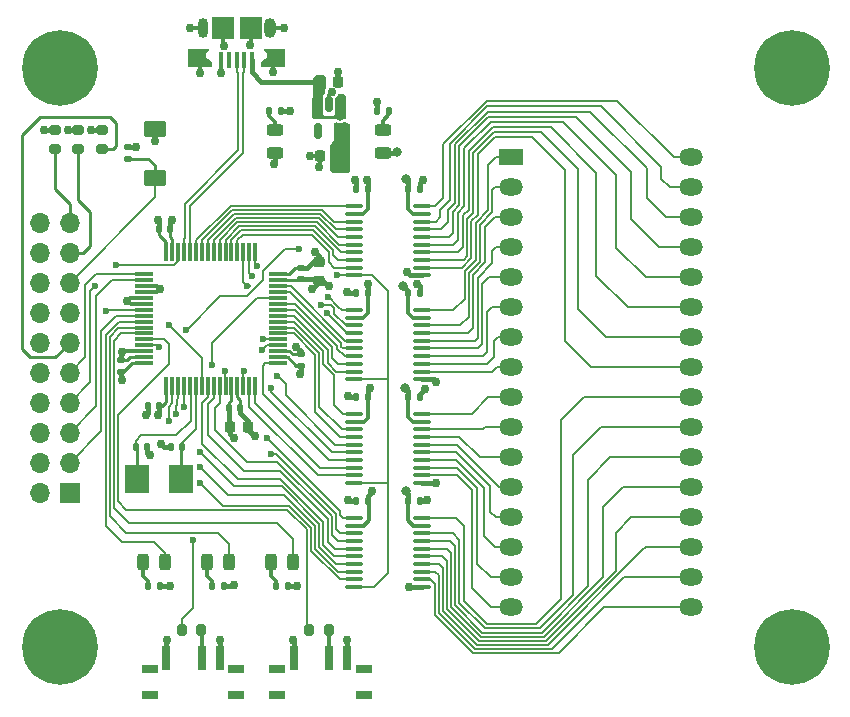
<source format=gtl>
G04 #@! TF.GenerationSoftware,KiCad,Pcbnew,7.0.7*
G04 #@! TF.CreationDate,2023-09-26T12:20:40-04:00*
G04 #@! TF.ProjectId,programmer,70726f67-7261-46d6-9d65-722e6b696361,rev?*
G04 #@! TF.SameCoordinates,Original*
G04 #@! TF.FileFunction,Copper,L1,Top*
G04 #@! TF.FilePolarity,Positive*
%FSLAX46Y46*%
G04 Gerber Fmt 4.6, Leading zero omitted, Abs format (unit mm)*
G04 Created by KiCad (PCBNEW 7.0.7) date 2023-09-26 12:20:40*
%MOMM*%
%LPD*%
G01*
G04 APERTURE LIST*
G04 Aperture macros list*
%AMRoundRect*
0 Rectangle with rounded corners*
0 $1 Rounding radius*
0 $2 $3 $4 $5 $6 $7 $8 $9 X,Y pos of 4 corners*
0 Add a 4 corners polygon primitive as box body*
4,1,4,$2,$3,$4,$5,$6,$7,$8,$9,$2,$3,0*
0 Add four circle primitives for the rounded corners*
1,1,$1+$1,$2,$3*
1,1,$1+$1,$4,$5*
1,1,$1+$1,$6,$7*
1,1,$1+$1,$8,$9*
0 Add four rect primitives between the rounded corners*
20,1,$1+$1,$2,$3,$4,$5,0*
20,1,$1+$1,$4,$5,$6,$7,0*
20,1,$1+$1,$6,$7,$8,$9,0*
20,1,$1+$1,$8,$9,$2,$3,0*%
%AMFreePoly0*
4,1,9,1.050000,0.350000,0.550000,0.000000,0.550000,-0.400000,0.800000,-0.650000,0.800000,-0.800000,-1.050000,-0.800000,-1.050000,0.800000,1.050000,0.800000,1.050000,0.350000,1.050000,0.350000,$1*%
%AMFreePoly1*
4,1,9,1.050000,-0.800000,-0.800000,-0.800000,-0.800000,-0.650000,-0.550000,-0.400000,-0.550000,0.000000,-1.050000,0.350000,-1.050000,0.800000,1.050000,0.800000,1.050000,-0.800000,1.050000,-0.800000,$1*%
G04 Aperture macros list end*
G04 #@! TA.AperFunction,SMDPad,CuDef*
%ADD10RoundRect,0.200000X0.275000X-0.200000X0.275000X0.200000X-0.275000X0.200000X-0.275000X-0.200000X0*%
G04 #@! TD*
G04 #@! TA.AperFunction,SMDPad,CuDef*
%ADD11RoundRect,0.100000X-0.637500X-0.100000X0.637500X-0.100000X0.637500X0.100000X-0.637500X0.100000X0*%
G04 #@! TD*
G04 #@! TA.AperFunction,SMDPad,CuDef*
%ADD12RoundRect,0.225000X0.225000X0.250000X-0.225000X0.250000X-0.225000X-0.250000X0.225000X-0.250000X0*%
G04 #@! TD*
G04 #@! TA.AperFunction,SMDPad,CuDef*
%ADD13RoundRect,0.140000X0.140000X0.170000X-0.140000X0.170000X-0.140000X-0.170000X0.140000X-0.170000X0*%
G04 #@! TD*
G04 #@! TA.AperFunction,SMDPad,CuDef*
%ADD14RoundRect,0.140000X-0.140000X-0.170000X0.140000X-0.170000X0.140000X0.170000X-0.140000X0.170000X0*%
G04 #@! TD*
G04 #@! TA.AperFunction,SMDPad,CuDef*
%ADD15RoundRect,0.243750X-0.243750X-0.456250X0.243750X-0.456250X0.243750X0.456250X-0.243750X0.456250X0*%
G04 #@! TD*
G04 #@! TA.AperFunction,SMDPad,CuDef*
%ADD16RoundRect,0.140000X0.170000X-0.140000X0.170000X0.140000X-0.170000X0.140000X-0.170000X-0.140000X0*%
G04 #@! TD*
G04 #@! TA.AperFunction,SMDPad,CuDef*
%ADD17R,1.400000X0.800000*%
G04 #@! TD*
G04 #@! TA.AperFunction,SMDPad,CuDef*
%ADD18R,0.800000X2.000000*%
G04 #@! TD*
G04 #@! TA.AperFunction,SMDPad,CuDef*
%ADD19RoundRect,0.140000X-0.170000X0.140000X-0.170000X-0.140000X0.170000X-0.140000X0.170000X0.140000X0*%
G04 #@! TD*
G04 #@! TA.AperFunction,SMDPad,CuDef*
%ADD20RoundRect,0.135000X-0.135000X-0.185000X0.135000X-0.185000X0.135000X0.185000X-0.135000X0.185000X0*%
G04 #@! TD*
G04 #@! TA.AperFunction,SMDPad,CuDef*
%ADD21RoundRect,0.150000X-0.150000X0.512500X-0.150000X-0.512500X0.150000X-0.512500X0.150000X0.512500X0*%
G04 #@! TD*
G04 #@! TA.AperFunction,SMDPad,CuDef*
%ADD22R,2.000000X2.400000*%
G04 #@! TD*
G04 #@! TA.AperFunction,SMDPad,CuDef*
%ADD23RoundRect,0.243750X-0.456250X0.243750X-0.456250X-0.243750X0.456250X-0.243750X0.456250X0.243750X0*%
G04 #@! TD*
G04 #@! TA.AperFunction,SMDPad,CuDef*
%ADD24RoundRect,0.200000X0.200000X0.275000X-0.200000X0.275000X-0.200000X-0.275000X0.200000X-0.275000X0*%
G04 #@! TD*
G04 #@! TA.AperFunction,SMDPad,CuDef*
%ADD25R,0.400000X1.350000*%
G04 #@! TD*
G04 #@! TA.AperFunction,SMDPad,CuDef*
%ADD26FreePoly0,180.000000*%
G04 #@! TD*
G04 #@! TA.AperFunction,ComponentPad*
%ADD27O,1.000000X1.700000*%
G04 #@! TD*
G04 #@! TA.AperFunction,SMDPad,CuDef*
%ADD28R,1.900000X1.900000*%
G04 #@! TD*
G04 #@! TA.AperFunction,ComponentPad*
%ADD29O,0.850000X1.700000*%
G04 #@! TD*
G04 #@! TA.AperFunction,SMDPad,CuDef*
%ADD30FreePoly1,180.000000*%
G04 #@! TD*
G04 #@! TA.AperFunction,ComponentPad*
%ADD31C,0.800000*%
G04 #@! TD*
G04 #@! TA.AperFunction,ComponentPad*
%ADD32C,6.400000*%
G04 #@! TD*
G04 #@! TA.AperFunction,ComponentPad*
%ADD33R,1.700000X1.700000*%
G04 #@! TD*
G04 #@! TA.AperFunction,ComponentPad*
%ADD34O,1.700000X1.700000*%
G04 #@! TD*
G04 #@! TA.AperFunction,SMDPad,CuDef*
%ADD35RoundRect,0.225000X-0.225000X-0.250000X0.225000X-0.250000X0.225000X0.250000X-0.225000X0.250000X0*%
G04 #@! TD*
G04 #@! TA.AperFunction,SMDPad,CuDef*
%ADD36RoundRect,0.075000X0.075000X-0.700000X0.075000X0.700000X-0.075000X0.700000X-0.075000X-0.700000X0*%
G04 #@! TD*
G04 #@! TA.AperFunction,SMDPad,CuDef*
%ADD37RoundRect,0.075000X0.700000X-0.075000X0.700000X0.075000X-0.700000X0.075000X-0.700000X-0.075000X0*%
G04 #@! TD*
G04 #@! TA.AperFunction,ComponentPad*
%ADD38R,2.000000X1.440000*%
G04 #@! TD*
G04 #@! TA.AperFunction,ComponentPad*
%ADD39O,2.000000X1.440000*%
G04 #@! TD*
G04 #@! TA.AperFunction,SMDPad,CuDef*
%ADD40RoundRect,0.135000X0.135000X0.185000X-0.135000X0.185000X-0.135000X-0.185000X0.135000X-0.185000X0*%
G04 #@! TD*
G04 #@! TA.AperFunction,SMDPad,CuDef*
%ADD41RoundRect,0.135000X0.765000X-0.540000X0.765000X0.540000X-0.765000X0.540000X-0.765000X-0.540000X0*%
G04 #@! TD*
G04 #@! TA.AperFunction,SMDPad,CuDef*
%ADD42RoundRect,0.225000X-0.250000X0.225000X-0.250000X-0.225000X0.250000X-0.225000X0.250000X0.225000X0*%
G04 #@! TD*
G04 #@! TA.AperFunction,ViaPad*
%ADD43C,0.800000*%
G04 #@! TD*
G04 #@! TA.AperFunction,ViaPad*
%ADD44C,0.750000*%
G04 #@! TD*
G04 #@! TA.AperFunction,ViaPad*
%ADD45C,0.600000*%
G04 #@! TD*
G04 #@! TA.AperFunction,Conductor*
%ADD46C,0.400000*%
G04 #@! TD*
G04 #@! TA.AperFunction,Conductor*
%ADD47C,0.300000*%
G04 #@! TD*
G04 #@! TA.AperFunction,Conductor*
%ADD48C,0.250000*%
G04 #@! TD*
G04 #@! TA.AperFunction,Conductor*
%ADD49C,0.150000*%
G04 #@! TD*
G04 #@! TA.AperFunction,Conductor*
%ADD50C,0.200000*%
G04 #@! TD*
G04 APERTURE END LIST*
D10*
X119500000Y-84275000D03*
X119500000Y-82625000D03*
D11*
X140845000Y-106695000D03*
X140845000Y-107345000D03*
X140845000Y-107995000D03*
X140845000Y-108645000D03*
X140845000Y-109295000D03*
X140845000Y-109945000D03*
X140845000Y-110595000D03*
X140845000Y-111245000D03*
X140845000Y-111895000D03*
X140845000Y-112545000D03*
X146570000Y-112545000D03*
X146570000Y-111895000D03*
X146570000Y-111245000D03*
X146570000Y-110595000D03*
X146570000Y-109945000D03*
X146570000Y-109295000D03*
X146570000Y-108645000D03*
X146570000Y-107995000D03*
X146570000Y-107345000D03*
X146570000Y-106695000D03*
D12*
X139482500Y-84820000D03*
X137932500Y-84820000D03*
D13*
X141987500Y-87620000D03*
X141027500Y-87620000D03*
D14*
X145427500Y-114020000D03*
X146387500Y-114020000D03*
D15*
X122970000Y-119220000D03*
X124845000Y-119220000D03*
D16*
X121700000Y-85080000D03*
X121700000Y-84120000D03*
D17*
X134345000Y-128290000D03*
X134345000Y-130500000D03*
X141645000Y-128290000D03*
X141645000Y-130500000D03*
D18*
X135745000Y-127368000D03*
X138745000Y-127368000D03*
X140245000Y-127368000D03*
D19*
X136307500Y-101640000D03*
X136307500Y-102600000D03*
D20*
X133597500Y-81020000D03*
X134617500Y-81020000D03*
D21*
X139657500Y-80482500D03*
X138707500Y-80482500D03*
X137757500Y-80482500D03*
X137757500Y-82757500D03*
X139657500Y-82757500D03*
D11*
X140845000Y-97895000D03*
X140845000Y-98545000D03*
X140845000Y-99195000D03*
X140845000Y-99845000D03*
X140845000Y-100495000D03*
X140845000Y-101145000D03*
X140845000Y-101795000D03*
X140845000Y-102445000D03*
X140845000Y-103095000D03*
X140845000Y-103745000D03*
X146570000Y-103745000D03*
X146570000Y-103095000D03*
X146570000Y-102445000D03*
X146570000Y-101795000D03*
X146570000Y-101145000D03*
X146570000Y-100495000D03*
X146570000Y-99845000D03*
X146570000Y-99195000D03*
X146570000Y-98545000D03*
X146570000Y-97895000D03*
D10*
X115500000Y-84275000D03*
X115500000Y-82625000D03*
D22*
X126157500Y-112220000D03*
X122457500Y-112220000D03*
D23*
X143307500Y-82682500D03*
X143307500Y-84557500D03*
D13*
X141987500Y-105220000D03*
X141027500Y-105220000D03*
D19*
X136307500Y-94340000D03*
X136307500Y-95300000D03*
D13*
X123307500Y-109470000D03*
X122347500Y-109470000D03*
D24*
X127912500Y-125000000D03*
X126262500Y-125000000D03*
D12*
X131882500Y-107820000D03*
X130332500Y-107820000D03*
D24*
X138687500Y-125000000D03*
X137037500Y-125000000D03*
D13*
X141987500Y-114020000D03*
X141027500Y-114020000D03*
D20*
X134197500Y-121220000D03*
X135217500Y-121220000D03*
D25*
X132207500Y-76705000D03*
X131557500Y-76705000D03*
X130907500Y-76705000D03*
X130257500Y-76705000D03*
X129607500Y-76705000D03*
D26*
X134007500Y-76580000D03*
D27*
X133732500Y-74030000D03*
D28*
X132107500Y-74030000D03*
X129707500Y-74030000D03*
D29*
X128082500Y-74030000D03*
D30*
X127807500Y-76580000D03*
D31*
X113507500Y-126420000D03*
X114210444Y-124722944D03*
X114210444Y-128117056D03*
X115907500Y-124020000D03*
D32*
X115907500Y-126420000D03*
D31*
X115907500Y-128820000D03*
X117604556Y-124722944D03*
X117604556Y-128117056D03*
X118307500Y-126420000D03*
D23*
X134107500Y-82682500D03*
X134107500Y-84557500D03*
D15*
X133770000Y-119220000D03*
X135645000Y-119220000D03*
D20*
X128797500Y-121220000D03*
X129817500Y-121220000D03*
D33*
X116775000Y-113345000D03*
D34*
X114235000Y-113345000D03*
X116775000Y-110805000D03*
X114235000Y-110805000D03*
X116775000Y-108265000D03*
X114235000Y-108265000D03*
X116775000Y-105725000D03*
X114235000Y-105725000D03*
X116775000Y-103185000D03*
X114235000Y-103185000D03*
X116775000Y-100645000D03*
X114235000Y-100645000D03*
X116775000Y-98105000D03*
X114235000Y-98105000D03*
X116775000Y-95565000D03*
X114235000Y-95565000D03*
X116775000Y-93025000D03*
X114235000Y-93025000D03*
X116775000Y-90485000D03*
X114235000Y-90485000D03*
D35*
X137932500Y-78620000D03*
X139482500Y-78620000D03*
D10*
X117500000Y-84275000D03*
X117500000Y-82625000D03*
D15*
X128370000Y-119220000D03*
X130245000Y-119220000D03*
D14*
X124320000Y-91000000D03*
X125280000Y-91000000D03*
D17*
X123550000Y-128290000D03*
X123550000Y-130500000D03*
X130850000Y-128290000D03*
X130850000Y-130500000D03*
D18*
X124950000Y-127368000D03*
X127950000Y-127368000D03*
X129450000Y-127368000D03*
D36*
X124957500Y-104295000D03*
X125457500Y-104295000D03*
X125957500Y-104295000D03*
X126457500Y-104295000D03*
X126957500Y-104295000D03*
X127457500Y-104295000D03*
X127957500Y-104295000D03*
X128457500Y-104295000D03*
X128957500Y-104295000D03*
X129457500Y-104295000D03*
X129957500Y-104295000D03*
X130457500Y-104295000D03*
X130957500Y-104295000D03*
X131457500Y-104295000D03*
X131957500Y-104295000D03*
X132457500Y-104295000D03*
D37*
X134382500Y-102370000D03*
X134382500Y-101870000D03*
X134382500Y-101370000D03*
X134382500Y-100870000D03*
X134382500Y-100370000D03*
X134382500Y-99870000D03*
X134382500Y-99370000D03*
X134382500Y-98870000D03*
X134382500Y-98370000D03*
X134382500Y-97870000D03*
X134382500Y-97370000D03*
X134382500Y-96870000D03*
X134382500Y-96370000D03*
X134382500Y-95870000D03*
X134382500Y-95370000D03*
X134382500Y-94870000D03*
D36*
X132457500Y-92945000D03*
X131957500Y-92945000D03*
X131457500Y-92945000D03*
X130957500Y-92945000D03*
X130457500Y-92945000D03*
X129957500Y-92945000D03*
X129457500Y-92945000D03*
X128957500Y-92945000D03*
X128457500Y-92945000D03*
X127957500Y-92945000D03*
X127457500Y-92945000D03*
X126957500Y-92945000D03*
X126457500Y-92945000D03*
X125957500Y-92945000D03*
X125457500Y-92945000D03*
X124957500Y-92945000D03*
D37*
X123032500Y-94870000D03*
X123032500Y-95370000D03*
X123032500Y-95870000D03*
X123032500Y-96370000D03*
X123032500Y-96870000D03*
X123032500Y-97370000D03*
X123032500Y-97870000D03*
X123032500Y-98370000D03*
X123032500Y-98870000D03*
X123032500Y-99370000D03*
X123032500Y-99870000D03*
X123032500Y-100370000D03*
X123032500Y-100870000D03*
X123032500Y-101370000D03*
X123032500Y-101870000D03*
X123032500Y-102370000D03*
D11*
X140845000Y-115495000D03*
X140845000Y-116145000D03*
X140845000Y-116795000D03*
X140845000Y-117445000D03*
X140845000Y-118095000D03*
X140845000Y-118745000D03*
X140845000Y-119395000D03*
X140845000Y-120045000D03*
X140845000Y-120695000D03*
X140845000Y-121345000D03*
X146570000Y-121345000D03*
X146570000Y-120695000D03*
X146570000Y-120045000D03*
X146570000Y-119395000D03*
X146570000Y-118745000D03*
X146570000Y-118095000D03*
X146570000Y-117445000D03*
X146570000Y-116795000D03*
X146570000Y-116145000D03*
X146570000Y-115495000D03*
X140845000Y-89095000D03*
X140845000Y-89745000D03*
X140845000Y-90395000D03*
X140845000Y-91045000D03*
X140845000Y-91695000D03*
X140845000Y-92345000D03*
X140845000Y-92995000D03*
X140845000Y-93645000D03*
X140845000Y-94295000D03*
X140845000Y-94945000D03*
X146570000Y-94945000D03*
X146570000Y-94295000D03*
X146570000Y-93645000D03*
X146570000Y-92995000D03*
X146570000Y-92345000D03*
X146570000Y-91695000D03*
X146570000Y-91045000D03*
X146570000Y-90395000D03*
X146570000Y-89745000D03*
X146570000Y-89095000D03*
D14*
X145427500Y-96420000D03*
X146387500Y-96420000D03*
D38*
X154107500Y-84960000D03*
D39*
X154107500Y-87500000D03*
X154107500Y-90040000D03*
X154107500Y-92580000D03*
X154107500Y-95120000D03*
X154107500Y-97660000D03*
X154107500Y-100200000D03*
X154107500Y-102740000D03*
X154107500Y-105280000D03*
X154107500Y-107820000D03*
X154107500Y-110360000D03*
X154107500Y-112900000D03*
X154107500Y-115440000D03*
X154107500Y-117980000D03*
X154107500Y-120520000D03*
X154107500Y-123060000D03*
X169347500Y-123060000D03*
X169347500Y-120520000D03*
X169347500Y-117980000D03*
X169347500Y-115440000D03*
X169347500Y-112900000D03*
X169347500Y-110360000D03*
X169347500Y-107820000D03*
X169347500Y-105280000D03*
X169347500Y-102740000D03*
X169347500Y-100200000D03*
X169347500Y-97660000D03*
X169347500Y-95120000D03*
X169347500Y-92580000D03*
X169347500Y-90040000D03*
X169347500Y-87500000D03*
X169347500Y-84960000D03*
D13*
X141987500Y-96420000D03*
X141027500Y-96420000D03*
D40*
X143817500Y-81020000D03*
X142797500Y-81020000D03*
D31*
X175507500Y-77420000D03*
X176210444Y-75722944D03*
X176210444Y-79117056D03*
X177907500Y-75020000D03*
D32*
X177907500Y-77420000D03*
D31*
X177907500Y-79820000D03*
X179604556Y-75722944D03*
X179604556Y-79117056D03*
X180307500Y-77420000D03*
X113507500Y-77420000D03*
X114210444Y-75722944D03*
X114210444Y-79117056D03*
X115907500Y-75020000D03*
D32*
X115907500Y-77420000D03*
D31*
X115907500Y-79820000D03*
X117604556Y-75722944D03*
X117604556Y-79117056D03*
X118307500Y-77420000D03*
D41*
X124000000Y-82525000D03*
X124000000Y-86675000D03*
D14*
X145427500Y-105220000D03*
X146387500Y-105220000D03*
D31*
X175507500Y-126420000D03*
X176210444Y-124722944D03*
X176210444Y-128117056D03*
X177907500Y-124020000D03*
D32*
X177907500Y-126420000D03*
D31*
X177907500Y-128820000D03*
X179604556Y-124722944D03*
X179604556Y-128117056D03*
X180307500Y-126420000D03*
D13*
X124330000Y-106000000D03*
X123370000Y-106000000D03*
X131187500Y-106220000D03*
X130227500Y-106220000D03*
D42*
X137907500Y-93845000D03*
X137907500Y-95395000D03*
D20*
X123397500Y-121220000D03*
X124417500Y-121220000D03*
D14*
X125307500Y-109470000D03*
X126267500Y-109470000D03*
D16*
X121107500Y-103100000D03*
X121107500Y-102140000D03*
D14*
X145427500Y-87620000D03*
X146387500Y-87620000D03*
D43*
X139650000Y-81450000D03*
X144450000Y-84550000D03*
X137850000Y-79400000D03*
X145200000Y-113200000D03*
X145250000Y-86800000D03*
X145150000Y-104450000D03*
X145000000Y-95850000D03*
D44*
X146650000Y-86850000D03*
X137300000Y-96150500D03*
X118600000Y-82650000D03*
X146850000Y-104550000D03*
X135400000Y-81000000D03*
X142800000Y-80300000D03*
X140250000Y-125850000D03*
X136300000Y-103300000D03*
X129500000Y-125850000D03*
X125400000Y-90300000D03*
X140300000Y-105200000D03*
X139500000Y-77750000D03*
X124400000Y-96150000D03*
X134000000Y-77750000D03*
X123200000Y-106750000D03*
X130690734Y-108709266D03*
X140250000Y-96350000D03*
X147750000Y-112544500D03*
X136000000Y-121250000D03*
X134900000Y-74000000D03*
X145334956Y-94707877D03*
X140950497Y-86900000D03*
X124000000Y-83600000D03*
X140300000Y-114000000D03*
X129800000Y-75500000D03*
X145450000Y-121350000D03*
X123550000Y-110200000D03*
X137900000Y-85750000D03*
X122400000Y-84100000D03*
X121149500Y-101450000D03*
X132050000Y-75455498D03*
X146200000Y-95650000D03*
X116600000Y-82650000D03*
X126950000Y-74050000D03*
X121650000Y-97100000D03*
X138950000Y-79400000D03*
X138700000Y-95850000D03*
X147800000Y-103950000D03*
X129600000Y-77800000D03*
X130650000Y-121200000D03*
X114600000Y-82650000D03*
X125250000Y-121250000D03*
X127800000Y-77800000D03*
X137100000Y-84850000D03*
X124500500Y-109200000D03*
X147050000Y-114000000D03*
D45*
X139150000Y-85800000D03*
X140150000Y-85800000D03*
D44*
X141900000Y-86900000D03*
X135948273Y-101001727D03*
X142150000Y-104450000D03*
X142350000Y-113250000D03*
X135700000Y-125800000D03*
X124200000Y-90300000D03*
X125000000Y-125850000D03*
X137550000Y-92950000D03*
X134100000Y-85500000D03*
X142050000Y-95650000D03*
X124250000Y-106800000D03*
X121149500Y-103850000D03*
X132409266Y-108590734D03*
D45*
X125150000Y-99150000D03*
X118900000Y-95850000D03*
X120650000Y-94100000D03*
X119850000Y-98000000D03*
X127800000Y-112550000D03*
X125150000Y-107250000D03*
X127800000Y-111200000D03*
X125750000Y-106700000D03*
X126425500Y-106119929D03*
X127800000Y-109950000D03*
X129950000Y-103050000D03*
X133800000Y-110100000D03*
X133500000Y-108750000D03*
X131550000Y-103050000D03*
X133800000Y-104450000D03*
X133050000Y-101250000D03*
X133150000Y-100350000D03*
X134350000Y-103500000D03*
X138550000Y-98150000D03*
X131800000Y-95850000D03*
X138050000Y-97450000D03*
X132200000Y-95000000D03*
X138650000Y-96800000D03*
X132600000Y-94200000D03*
X126650000Y-99550000D03*
X136150000Y-92750000D03*
X139400000Y-94950000D03*
X124350000Y-101000000D03*
X128800000Y-102550000D03*
X127200000Y-117400000D03*
D46*
X145427500Y-86977500D02*
X145427500Y-87620000D01*
X145427500Y-114020000D02*
X145427500Y-113427500D01*
D47*
X146570000Y-107345000D02*
X145846104Y-107345000D01*
X146570000Y-116145000D02*
X145845000Y-116145000D01*
X145427500Y-89326396D02*
X145846104Y-89745000D01*
D46*
X137862500Y-78550000D02*
X137932500Y-78620000D01*
D47*
X145427500Y-98126396D02*
X145427500Y-96420000D01*
X145427500Y-106926396D02*
X145427500Y-105220000D01*
X145846104Y-107345000D02*
X145427500Y-106926396D01*
X145427500Y-87620000D02*
X145427500Y-89326396D01*
D46*
X132207500Y-76705000D02*
X132207500Y-77757500D01*
D47*
X145846104Y-98545000D02*
X145427500Y-98126396D01*
D46*
X132207500Y-77757500D02*
X133000000Y-78550000D01*
X145250000Y-86800000D02*
X145427500Y-86977500D01*
X133000000Y-78550000D02*
X137862500Y-78550000D01*
X144442500Y-84557500D02*
X144450000Y-84550000D01*
X145427500Y-113427500D02*
X145200000Y-113200000D01*
D47*
X145400000Y-115700000D02*
X145400000Y-114047500D01*
X145400000Y-114047500D02*
X145427500Y-114020000D01*
D46*
X143307500Y-84557500D02*
X144442500Y-84557500D01*
D47*
X145845000Y-116145000D02*
X145400000Y-115700000D01*
D46*
X145427500Y-105220000D02*
X145427500Y-104727500D01*
X145427500Y-104727500D02*
X145150000Y-104450000D01*
D47*
X146570000Y-98545000D02*
X145846104Y-98545000D01*
X145846104Y-89745000D02*
X146570000Y-89745000D01*
D46*
X137757500Y-78795000D02*
X137932500Y-78620000D01*
X145427500Y-96420000D02*
X145427500Y-96277500D01*
X145427500Y-96277500D02*
X145000000Y-95850000D01*
X124000000Y-82525000D02*
X124000000Y-83600000D01*
X135380000Y-81020000D02*
X135400000Y-81000000D01*
X146570000Y-112545000D02*
X147749500Y-112545000D01*
D47*
X129607500Y-76705000D02*
X129607500Y-77792500D01*
D46*
X129450000Y-125900000D02*
X129500000Y-125850000D01*
X123307500Y-109470000D02*
X123307500Y-109957500D01*
X135970000Y-121220000D02*
X136000000Y-121250000D01*
X129450000Y-127368000D02*
X129450000Y-125900000D01*
D47*
X129800000Y-75500000D02*
X129707500Y-75407500D01*
D46*
X119500000Y-82625000D02*
X118625000Y-82625000D01*
X146570000Y-121345000D02*
X145455000Y-121345000D01*
X130332500Y-108351032D02*
X130690734Y-108709266D01*
D47*
X139482500Y-77767500D02*
X139500000Y-77750000D01*
D46*
X141027500Y-87620000D02*
X141027500Y-86977003D01*
D48*
X125457500Y-92945000D02*
X125457500Y-91857500D01*
D47*
X137932500Y-84820000D02*
X137932500Y-85717500D01*
D46*
X115500000Y-82625000D02*
X114625000Y-82625000D01*
X141027500Y-96420000D02*
X140320000Y-96420000D01*
X138245000Y-95395000D02*
X138700000Y-95850000D01*
D47*
X138707500Y-80482500D02*
X138707500Y-79642500D01*
D46*
X140320000Y-96420000D02*
X140250000Y-96350000D01*
X141027500Y-114020000D02*
X140320000Y-114020000D01*
X136307500Y-102600000D02*
X136307500Y-103292500D01*
D48*
X134382500Y-95370000D02*
X136237500Y-95370000D01*
X125457500Y-91857500D02*
X125280000Y-91680000D01*
D46*
X117500000Y-82625000D02*
X116625000Y-82625000D01*
X137812500Y-95300000D02*
X137907500Y-95395000D01*
X118625000Y-82625000D02*
X118600000Y-82650000D01*
X140320000Y-105220000D02*
X140300000Y-105200000D01*
D48*
X121623604Y-102140000D02*
X121107500Y-102140000D01*
X134382500Y-101870000D02*
X135233604Y-101870000D01*
D47*
X139482500Y-78620000D02*
X139482500Y-77767500D01*
D46*
X130227500Y-107715000D02*
X130332500Y-107820000D01*
X121149500Y-101450000D02*
X121107500Y-101492000D01*
D47*
X134007500Y-76580000D02*
X134007500Y-77742500D01*
X126970000Y-74030000D02*
X126950000Y-74050000D01*
D48*
X121893604Y-101870000D02*
X121623604Y-102140000D01*
X135963604Y-102600000D02*
X136307500Y-102600000D01*
D46*
X125307500Y-109470000D02*
X124770500Y-109470000D01*
X147595000Y-103745000D02*
X147800000Y-103950000D01*
D47*
X123032500Y-101370000D02*
X121229500Y-101370000D01*
X123032500Y-97370000D02*
X121920000Y-97370000D01*
D46*
X141027500Y-105220000D02*
X140320000Y-105220000D01*
X145572079Y-94945000D02*
X146570000Y-94945000D01*
X147749500Y-112545000D02*
X147750000Y-112544500D01*
D48*
X130227500Y-105772500D02*
X130227500Y-106220000D01*
D46*
X135217500Y-121220000D02*
X135970000Y-121220000D01*
X130630000Y-121220000D02*
X130650000Y-121200000D01*
X124417500Y-121220000D02*
X125220000Y-121220000D01*
D47*
X123032500Y-96370000D02*
X124180000Y-96370000D01*
X137130000Y-84820000D02*
X137100000Y-84850000D01*
D46*
X147030000Y-114020000D02*
X147050000Y-114000000D01*
D47*
X134007500Y-77742500D02*
X134000000Y-77750000D01*
D46*
X146650000Y-86850000D02*
X146387500Y-87112500D01*
D47*
X129607500Y-77792500D02*
X129600000Y-77800000D01*
D46*
X146387500Y-87112500D02*
X146387500Y-87620000D01*
X114625000Y-82625000D02*
X114600000Y-82650000D01*
X145455000Y-121345000D02*
X145450000Y-121350000D01*
X141027500Y-86977003D02*
X140950497Y-86900000D01*
X140320000Y-114020000D02*
X140300000Y-114000000D01*
X122380000Y-84120000D02*
X122400000Y-84100000D01*
X125220000Y-121220000D02*
X125250000Y-121250000D01*
X146387500Y-96420000D02*
X146387500Y-95837500D01*
X123307500Y-109957500D02*
X123550000Y-110200000D01*
X116625000Y-82625000D02*
X116600000Y-82650000D01*
X140245000Y-127368000D02*
X140245000Y-125855000D01*
X136307500Y-95300000D02*
X137812500Y-95300000D01*
X123370000Y-106580000D02*
X123200000Y-106750000D01*
D47*
X129707500Y-75407500D02*
X129707500Y-74030000D01*
D46*
X137907500Y-95395000D02*
X138245000Y-95395000D01*
X129817500Y-121220000D02*
X130630000Y-121220000D01*
X137300000Y-96150500D02*
X137907500Y-95543000D01*
X124770500Y-109470000D02*
X124500500Y-109200000D01*
X121700000Y-84120000D02*
X122380000Y-84120000D01*
D47*
X123032500Y-95870000D02*
X124120000Y-95870000D01*
D46*
X125280000Y-91000000D02*
X125280000Y-90420000D01*
X142797500Y-81020000D02*
X142797500Y-80302500D01*
D47*
X137932500Y-85717500D02*
X137900000Y-85750000D01*
D46*
X142797500Y-80302500D02*
X142800000Y-80300000D01*
X146387500Y-95837500D02*
X146200000Y-95650000D01*
X134617500Y-81020000D02*
X135380000Y-81020000D01*
X130227500Y-106220000D02*
X130227500Y-107715000D01*
D47*
X123032500Y-96870000D02*
X121880000Y-96870000D01*
D46*
X146387500Y-105012500D02*
X146850000Y-104550000D01*
D47*
X124180000Y-96370000D02*
X124400000Y-96150000D01*
D48*
X130457500Y-104295000D02*
X130457500Y-105542500D01*
X136237500Y-95370000D02*
X136307500Y-95300000D01*
X125280000Y-91680000D02*
X125280000Y-91000000D01*
D47*
X128082500Y-74030000D02*
X126970000Y-74030000D01*
D48*
X130457500Y-105542500D02*
X130227500Y-105772500D01*
D46*
X130332500Y-107820000D02*
X130332500Y-108351032D01*
D48*
X123032500Y-101870000D02*
X121893604Y-101870000D01*
D46*
X123370000Y-106000000D02*
X123370000Y-106580000D01*
X137907500Y-95543000D02*
X137907500Y-95395000D01*
X146387500Y-105220000D02*
X146387500Y-105012500D01*
X145334956Y-94707877D02*
X145572079Y-94945000D01*
D47*
X127807500Y-77792500D02*
X127800000Y-77800000D01*
D48*
X135233604Y-101870000D02*
X135963604Y-102600000D01*
D47*
X133732500Y-74030000D02*
X134870000Y-74030000D01*
X121229500Y-101370000D02*
X121149500Y-101450000D01*
X137932500Y-84820000D02*
X137130000Y-84820000D01*
D46*
X125280000Y-90420000D02*
X125400000Y-90300000D01*
D47*
X127807500Y-76580000D02*
X127807500Y-77792500D01*
D46*
X140245000Y-125855000D02*
X140250000Y-125850000D01*
D47*
X134870000Y-74030000D02*
X134900000Y-74000000D01*
X121920000Y-97370000D02*
X121650000Y-97100000D01*
X124120000Y-95870000D02*
X124400000Y-96150000D01*
X138707500Y-79642500D02*
X138950000Y-79400000D01*
X132107500Y-75397998D02*
X132107500Y-74030000D01*
D46*
X136307500Y-103292500D02*
X136300000Y-103300000D01*
X146570000Y-103745000D02*
X147595000Y-103745000D01*
X121107500Y-101492000D02*
X121107500Y-102140000D01*
D47*
X121880000Y-96870000D02*
X121650000Y-97100000D01*
D46*
X146387500Y-114020000D02*
X147030000Y-114020000D01*
D47*
X132050000Y-75455498D02*
X132107500Y-75397998D01*
D49*
X127000000Y-107300000D02*
X127000000Y-104337500D01*
X122800000Y-108500000D02*
X125800000Y-108500000D01*
X122347500Y-109470000D02*
X122347500Y-108952500D01*
D48*
X122457500Y-109580000D02*
X122457500Y-112220000D01*
D49*
X125800000Y-108500000D02*
X127000000Y-107300000D01*
D48*
X122347500Y-109470000D02*
X122457500Y-109580000D01*
D49*
X127000000Y-104337500D02*
X126957500Y-104295000D01*
X122347500Y-108952500D02*
X122800000Y-108500000D01*
D46*
X141987500Y-96420000D02*
X141987500Y-95712500D01*
D47*
X141568896Y-89745000D02*
X140845000Y-89745000D01*
D46*
X134107500Y-84557500D02*
X134107500Y-85492500D01*
D48*
X135330000Y-94870000D02*
X135860000Y-94340000D01*
D47*
X142100000Y-114132500D02*
X141987500Y-114020000D01*
D46*
X141987500Y-104612500D02*
X142150000Y-104450000D01*
D47*
X142100000Y-115700000D02*
X142100000Y-114132500D01*
D48*
X134382500Y-94870000D02*
X135330000Y-94870000D01*
X124957500Y-92945000D02*
X124957500Y-92157500D01*
D46*
X136860000Y-94340000D02*
X137355000Y-93845000D01*
D48*
X124320000Y-91520000D02*
X124320000Y-91000000D01*
D46*
X131187500Y-106587500D02*
X131882500Y-107282500D01*
X141987500Y-86987500D02*
X141900000Y-86900000D01*
X141987500Y-87620000D02*
X141987500Y-86987500D01*
D48*
X134382500Y-101370000D02*
X135370000Y-101370000D01*
D46*
X131882500Y-107282500D02*
X131882500Y-107820000D01*
D47*
X140845000Y-116145000D02*
X141655000Y-116145000D01*
D46*
X137355000Y-93845000D02*
X137907500Y-93845000D01*
X131187500Y-106220000D02*
X131187500Y-106587500D01*
D48*
X135640000Y-101640000D02*
X136307500Y-101640000D01*
D46*
X136307500Y-101640000D02*
X136307500Y-101360954D01*
D48*
X131187500Y-105487500D02*
X131187500Y-106220000D01*
D47*
X140845000Y-107345000D02*
X141655000Y-107345000D01*
X141655000Y-107345000D02*
X141987500Y-107012500D01*
D46*
X141987500Y-95712500D02*
X142050000Y-95650000D01*
D48*
X124957500Y-92157500D02*
X124320000Y-91520000D01*
X124330000Y-106000000D02*
X124600000Y-106000000D01*
D46*
X141987500Y-113612500D02*
X142350000Y-113250000D01*
X131882500Y-107820000D02*
X131882500Y-108063968D01*
X136307500Y-101360954D02*
X135948273Y-101001727D01*
X131882500Y-108063968D02*
X132409266Y-108590734D01*
X124330000Y-106720000D02*
X124250000Y-106800000D01*
D47*
X140845000Y-98545000D02*
X141568896Y-98545000D01*
X141655000Y-116145000D02*
X142100000Y-115700000D01*
D46*
X124320000Y-90420000D02*
X124200000Y-90300000D01*
D47*
X141987500Y-87620000D02*
X141987500Y-89326396D01*
D46*
X135745000Y-125845000D02*
X135700000Y-125800000D01*
X121107500Y-103808000D02*
X121149500Y-103850000D01*
X121107500Y-103100000D02*
X121107500Y-103808000D01*
X124950000Y-125900000D02*
X125000000Y-125850000D01*
D47*
X141987500Y-107012500D02*
X141987500Y-105220000D01*
D46*
X141987500Y-105220000D02*
X141987500Y-104612500D01*
D48*
X130957500Y-104295000D02*
X130957500Y-105257500D01*
X123032500Y-102370000D02*
X122030000Y-102370000D01*
D47*
X141568896Y-98545000D02*
X141987500Y-98126396D01*
D46*
X124320000Y-91000000D02*
X124320000Y-90420000D01*
D48*
X122030000Y-102370000D02*
X121300000Y-103100000D01*
D46*
X124950000Y-127368000D02*
X124950000Y-125900000D01*
D48*
X121300000Y-103100000D02*
X121107500Y-103100000D01*
D46*
X141987500Y-114020000D02*
X141987500Y-113612500D01*
X137907500Y-93307500D02*
X137550000Y-92950000D01*
D47*
X141987500Y-89326396D02*
X141568896Y-89745000D01*
D48*
X135860000Y-94340000D02*
X136307500Y-94340000D01*
D46*
X134107500Y-85492500D02*
X134100000Y-85500000D01*
X124330000Y-106000000D02*
X124330000Y-106720000D01*
D48*
X135370000Y-101370000D02*
X135640000Y-101640000D01*
D46*
X135745000Y-127368000D02*
X135745000Y-125845000D01*
D47*
X141987500Y-98126396D02*
X141987500Y-96420000D01*
D46*
X137907500Y-93845000D02*
X137907500Y-93307500D01*
D48*
X130957500Y-105257500D02*
X131187500Y-105487500D01*
D46*
X136307500Y-94340000D02*
X136860000Y-94340000D01*
D48*
X124600000Y-106000000D02*
X124957500Y-105642500D01*
X124957500Y-105642500D02*
X124957500Y-104295000D01*
X123430000Y-85080000D02*
X124000000Y-85650000D01*
D49*
X127957500Y-104295000D02*
X127957500Y-101957500D01*
D48*
X124000000Y-85650000D02*
X124000000Y-86675000D01*
D49*
X127957500Y-101957500D02*
X125150000Y-99150000D01*
X116775000Y-95565000D02*
X124000000Y-88340000D01*
X124000000Y-88340000D02*
X124000000Y-86675000D01*
D48*
X121700000Y-85080000D02*
X123430000Y-85080000D01*
D47*
X143307500Y-81842500D02*
X143307500Y-82682500D01*
X143817500Y-81020000D02*
X143817500Y-81332500D01*
X143817500Y-81332500D02*
X143307500Y-81842500D01*
X134107500Y-82007500D02*
X134107500Y-82682500D01*
X133597500Y-81020000D02*
X133597500Y-81497500D01*
X133597500Y-81497500D02*
X134107500Y-82007500D01*
X123397500Y-121220000D02*
X123397500Y-120797500D01*
X123397500Y-120797500D02*
X122970000Y-120370000D01*
X122970000Y-120370000D02*
X122970000Y-119220000D01*
D49*
X121150000Y-117550000D02*
X123900000Y-117550000D01*
X124845000Y-118495000D02*
X124845000Y-119220000D01*
X123900000Y-117550000D02*
X124845000Y-118495000D01*
X119800000Y-116200000D02*
X121150000Y-117550000D01*
X123032500Y-98870000D02*
X120930000Y-98870000D01*
X119800000Y-100000000D02*
X119800000Y-116200000D01*
X120930000Y-98870000D02*
X119800000Y-100000000D01*
D47*
X128370000Y-120370000D02*
X128370000Y-119220000D01*
X128797500Y-120797500D02*
X128370000Y-120370000D01*
X128797500Y-121220000D02*
X128797500Y-120797500D01*
D49*
X120150000Y-100144974D02*
X120150000Y-115350000D01*
X120150000Y-115350000D02*
X121550000Y-116750000D01*
X130250000Y-117700000D02*
X130245000Y-117705000D01*
X123032500Y-99370000D02*
X122957500Y-99445000D01*
X129300000Y-116750000D02*
X130250000Y-117700000D01*
X122957500Y-99445000D02*
X120849974Y-99445000D01*
X120849974Y-99445000D02*
X120150000Y-100144974D01*
X121550000Y-116750000D02*
X129300000Y-116750000D01*
X130245000Y-117705000D02*
X130245000Y-119220000D01*
D47*
X134197500Y-121220000D02*
X134197500Y-120797500D01*
X133770000Y-120370000D02*
X133770000Y-119220000D01*
X134197500Y-120797500D02*
X133770000Y-120370000D01*
D49*
X121130000Y-99870000D02*
X120500000Y-100500000D01*
X135645000Y-117245000D02*
X135645000Y-119220000D01*
X134300000Y-115900000D02*
X135645000Y-117245000D01*
X120500000Y-100500000D02*
X120500000Y-114650000D01*
X121750000Y-115900000D02*
X134300000Y-115900000D01*
X120500000Y-114650000D02*
X121750000Y-115900000D01*
X123032500Y-99870000D02*
X121130000Y-99870000D01*
X123002500Y-98400000D02*
X123032500Y-98370000D01*
X119450000Y-99650000D02*
X120700000Y-98400000D01*
X120700000Y-98400000D02*
X123002500Y-98400000D01*
X116775000Y-110805000D02*
X119450000Y-108130000D01*
X119450000Y-108130000D02*
X119450000Y-99650000D01*
X119000000Y-106040000D02*
X119000000Y-96700000D01*
X120330000Y-95370000D02*
X123032500Y-95370000D01*
X119000000Y-96700000D02*
X120330000Y-95370000D01*
X116775000Y-108265000D02*
X119000000Y-106040000D01*
X125572475Y-94100000D02*
X125957500Y-93714975D01*
X118500000Y-104000000D02*
X118500000Y-96250000D01*
X118500000Y-96250000D02*
X118900000Y-95850000D01*
X125957500Y-93714975D02*
X125957500Y-92945000D01*
X120650000Y-94100000D02*
X125572475Y-94100000D01*
X116775000Y-105725000D02*
X118500000Y-104000000D01*
X116775000Y-103185000D02*
X118100000Y-101860000D01*
X118100000Y-101860000D02*
X118100000Y-95800000D01*
X118100000Y-95800000D02*
X119030000Y-94870000D01*
X119030000Y-94870000D02*
X123032500Y-94870000D01*
D48*
X112700000Y-83100000D02*
X114250000Y-81550000D01*
X120700000Y-84000000D02*
X120425000Y-84275000D01*
X116775000Y-100645000D02*
X115520000Y-101900000D01*
X120200000Y-81550000D02*
X120700000Y-82050000D01*
X120700000Y-82050000D02*
X120700000Y-84000000D01*
X114250000Y-81550000D02*
X120200000Y-81550000D01*
X112700000Y-101200000D02*
X112700000Y-83100000D01*
X113400000Y-101900000D02*
X112700000Y-101200000D01*
X115520000Y-101900000D02*
X113400000Y-101900000D01*
X120425000Y-84275000D02*
X119500000Y-84275000D01*
D49*
X119800000Y-98000000D02*
X119850000Y-98000000D01*
X119930000Y-97870000D02*
X123032500Y-97870000D01*
X119825000Y-97975000D02*
X119800000Y-98000000D01*
X119850000Y-98000000D02*
X119850000Y-97950000D01*
X119850000Y-97950000D02*
X119930000Y-97870000D01*
D48*
X116775000Y-93025000D02*
X117875000Y-93025000D01*
X117500000Y-88600000D02*
X117500000Y-84275000D01*
X118450000Y-89550000D02*
X117500000Y-88600000D01*
X117875000Y-93025000D02*
X118450000Y-92450000D01*
X118450000Y-92450000D02*
X118450000Y-89550000D01*
X116775000Y-90485000D02*
X116775000Y-88925000D01*
X115500000Y-87650000D02*
X115500000Y-84275000D01*
X116775000Y-88925000D02*
X115500000Y-87650000D01*
D50*
X126932500Y-91757499D02*
X126932500Y-89085700D01*
X131557500Y-77717501D02*
X131557500Y-76705000D01*
X131457500Y-84560700D02*
X131457500Y-77817501D01*
X126932500Y-89085700D02*
X131457500Y-84560700D01*
X126957500Y-92945000D02*
X126957500Y-91782499D01*
X126957500Y-91782499D02*
X126932500Y-91757499D01*
X131457500Y-77817501D02*
X131557500Y-77717501D01*
X131007500Y-84374300D02*
X131007500Y-77817501D01*
X126482500Y-91757499D02*
X126482500Y-88899300D01*
X130907500Y-77717501D02*
X130907500Y-76705000D01*
X126457500Y-92945000D02*
X126457500Y-91782499D01*
X126457500Y-91782499D02*
X126482500Y-91757499D01*
X131007500Y-77817501D02*
X130907500Y-77717501D01*
X126482500Y-88899300D02*
X131007500Y-84374300D01*
D48*
X126267500Y-109470000D02*
X126157500Y-109580000D01*
D49*
X127457500Y-107992500D02*
X127457500Y-104295000D01*
D48*
X126157500Y-109580000D02*
X126157500Y-112220000D01*
D49*
X126267500Y-109182500D02*
X127457500Y-107992500D01*
X126267500Y-109470000D02*
X126267500Y-109182500D01*
X146570000Y-97895000D02*
X146575000Y-97900000D01*
X149250000Y-97900000D02*
X150200000Y-96950000D01*
X146575000Y-97900000D02*
X149250000Y-97900000D01*
X150200000Y-94610052D02*
X151127513Y-93682539D01*
X151127513Y-90527512D02*
X152200000Y-89455025D01*
X152200000Y-85600000D02*
X152840000Y-84960000D01*
X151127513Y-93682539D02*
X151127513Y-90527512D01*
X150200000Y-96950000D02*
X150200000Y-94610052D01*
X152200000Y-89455025D02*
X152200000Y-85600000D01*
X152840000Y-84960000D02*
X154107500Y-84960000D01*
X152800000Y-87500000D02*
X154107500Y-87500000D01*
X152550000Y-89600000D02*
X152550000Y-87750000D01*
X152550000Y-87750000D02*
X152800000Y-87500000D01*
X149805000Y-99195000D02*
X150550000Y-98450000D01*
X150550000Y-98450000D02*
X150550000Y-94755026D01*
X146570000Y-99195000D02*
X149805000Y-99195000D01*
X151477513Y-93827513D02*
X151477513Y-90672487D01*
X151477513Y-90672487D02*
X152550000Y-89600000D01*
X150550000Y-94755026D02*
X151477513Y-93827513D01*
X150900000Y-99450000D02*
X150900000Y-94900000D01*
X151950000Y-90900000D02*
X152810000Y-90040000D01*
X152810000Y-90040000D02*
X154107500Y-90040000D01*
X150900000Y-94900000D02*
X151950000Y-93850000D01*
X151950000Y-93850000D02*
X151950000Y-90900000D01*
X146570000Y-99845000D02*
X150505000Y-99845000D01*
X150505000Y-99845000D02*
X150900000Y-99450000D01*
X152820000Y-92580000D02*
X154107500Y-92580000D01*
X151055000Y-100495000D02*
X151300000Y-100250000D01*
X152550000Y-93900000D02*
X152550000Y-92850000D01*
X152550000Y-92850000D02*
X152820000Y-92580000D01*
X151300000Y-100250000D02*
X151300000Y-95150000D01*
X146570000Y-100495000D02*
X151055000Y-100495000D01*
X151300000Y-95150000D02*
X152550000Y-93900000D01*
X151700000Y-100750000D02*
X151700000Y-95650000D01*
X152230000Y-95120000D02*
X154107500Y-95120000D01*
X151700000Y-95650000D02*
X152230000Y-95120000D01*
X151305000Y-101145000D02*
X151700000Y-100750000D01*
X146570000Y-101145000D02*
X151305000Y-101145000D01*
X152100000Y-98050000D02*
X152490000Y-97660000D01*
X152490000Y-97660000D02*
X154107500Y-97660000D01*
X152100000Y-101450000D02*
X152100000Y-98050000D01*
X151755000Y-101795000D02*
X152100000Y-101450000D01*
X146570000Y-101795000D02*
X151755000Y-101795000D01*
X152650000Y-100550000D02*
X153000000Y-100200000D01*
X152650000Y-101900000D02*
X152650000Y-100550000D01*
X146570000Y-102445000D02*
X152105000Y-102445000D01*
X153000000Y-100200000D02*
X154107500Y-100200000D01*
X152105000Y-102445000D02*
X152650000Y-101900000D01*
X152910000Y-102740000D02*
X154107500Y-102740000D01*
X152555000Y-103095000D02*
X152910000Y-102740000D01*
X146570000Y-103095000D02*
X152555000Y-103095000D01*
X146570000Y-106695000D02*
X150805000Y-106695000D01*
X150805000Y-106695000D02*
X152220000Y-105280000D01*
X152220000Y-105280000D02*
X154107500Y-105280000D01*
X146570000Y-107995000D02*
X151755000Y-107995000D01*
X151755000Y-107995000D02*
X151930000Y-107820000D01*
X151930000Y-107820000D02*
X154107500Y-107820000D01*
X151460000Y-110360000D02*
X154107500Y-110360000D01*
X149745000Y-108645000D02*
X151460000Y-110360000D01*
X146570000Y-108645000D02*
X149745000Y-108645000D01*
X153150000Y-112900000D02*
X154107500Y-112900000D01*
X146570000Y-109295000D02*
X149545000Y-109295000D01*
X149545000Y-109295000D02*
X153150000Y-112900000D01*
X152840000Y-115440000D02*
X154107500Y-115440000D01*
X146570000Y-109945000D02*
X149495000Y-109945000D01*
X149495000Y-109945000D02*
X152350000Y-112800000D01*
X152350000Y-112800000D02*
X152350000Y-114950000D01*
X152350000Y-114950000D02*
X152840000Y-115440000D01*
X149495000Y-110595000D02*
X151850000Y-112950000D01*
X152780000Y-117980000D02*
X154107500Y-117980000D01*
X146570000Y-110595000D02*
X149495000Y-110595000D01*
X151850000Y-112950000D02*
X151850000Y-117050000D01*
X151850000Y-117050000D02*
X152780000Y-117980000D01*
X146570000Y-111245000D02*
X149545000Y-111245000D01*
X149545000Y-111245000D02*
X151250000Y-112950000D01*
X151250000Y-119350000D02*
X152420000Y-120520000D01*
X151250000Y-112950000D02*
X151250000Y-119350000D01*
X152420000Y-120520000D02*
X154107500Y-120520000D01*
X146570000Y-111895000D02*
X149595000Y-111895000D01*
X152460000Y-123060000D02*
X154107500Y-123060000D01*
X149595000Y-111895000D02*
X150800000Y-113100000D01*
X150800000Y-121400000D02*
X152460000Y-123060000D01*
X150800000Y-113100000D02*
X150800000Y-121400000D01*
X147650000Y-123700000D02*
X150900000Y-126950000D01*
X146570000Y-120695000D02*
X147295000Y-120695000D01*
X147650000Y-121050000D02*
X147650000Y-123700000D01*
X162040000Y-123060000D02*
X169347500Y-123060000D01*
X147295000Y-120695000D02*
X147650000Y-121050000D01*
X158150000Y-126950000D02*
X162040000Y-123060000D01*
X150900000Y-126950000D02*
X158150000Y-126950000D01*
X148000000Y-120350000D02*
X148000000Y-123500000D01*
X146570000Y-120045000D02*
X147695000Y-120045000D01*
X147695000Y-120045000D02*
X148000000Y-120350000D01*
X148000000Y-123500000D02*
X151100000Y-126600000D01*
X151100000Y-126600000D02*
X157600000Y-126600000D01*
X163680000Y-120520000D02*
X169347500Y-120520000D01*
X157600000Y-126600000D02*
X163680000Y-120520000D01*
X148350000Y-119700000D02*
X148350000Y-123334923D01*
X165255026Y-118244974D02*
X165520000Y-117980000D01*
X151265076Y-126250000D02*
X157244974Y-126250000D01*
X157244974Y-126250000D02*
X165250000Y-118244974D01*
X148350000Y-123334923D02*
X151265076Y-126250000D01*
X146570000Y-119395000D02*
X148045000Y-119395000D01*
X165520000Y-117980000D02*
X169347500Y-117980000D01*
X165250000Y-118244974D02*
X165255026Y-118244974D01*
X148045000Y-119395000D02*
X148350000Y-119700000D01*
X157100000Y-125900000D02*
X163000000Y-120000000D01*
X146570000Y-118745000D02*
X148295000Y-118745000D01*
X148295000Y-118745000D02*
X148700000Y-119150000D01*
X151410050Y-125900000D02*
X157100000Y-125900000D01*
X163000000Y-116750000D02*
X164310000Y-115440000D01*
X163000000Y-120000000D02*
X163000000Y-116750000D01*
X148700000Y-119150000D02*
X148700000Y-123189949D01*
X164310000Y-115440000D02*
X169347500Y-115440000D01*
X148700000Y-123189949D02*
X151410050Y-125900000D01*
X151555025Y-125550000D02*
X156900000Y-125550000D01*
X149050000Y-123044975D02*
X151555025Y-125550000D01*
X163600000Y-112900000D02*
X169347500Y-112900000D01*
X149050000Y-118450000D02*
X149050000Y-123044975D01*
X161950000Y-114550000D02*
X163600000Y-112900000D01*
X148695000Y-118095000D02*
X149050000Y-118450000D01*
X156900000Y-125550000D02*
X161950000Y-120500000D01*
X146570000Y-118095000D02*
X148695000Y-118095000D01*
X161950000Y-120500000D02*
X161950000Y-114550000D01*
X162540000Y-110360000D02*
X169347500Y-110360000D01*
X160650000Y-112250000D02*
X162540000Y-110360000D01*
X149400000Y-117850000D02*
X149400000Y-122900000D01*
X146570000Y-117445000D02*
X146575000Y-117450000D01*
X160650000Y-121294974D02*
X160650000Y-112250000D01*
X156744974Y-125200000D02*
X160650000Y-121294974D01*
X151700000Y-125200000D02*
X156744974Y-125200000D01*
X149000000Y-117450000D02*
X149400000Y-117850000D01*
X149400000Y-122900000D02*
X151700000Y-125200000D01*
X146575000Y-117450000D02*
X149000000Y-117450000D01*
X151900000Y-124850000D02*
X156600000Y-124850000D01*
X149750000Y-122700000D02*
X151900000Y-124850000D01*
X149195000Y-116795000D02*
X149750000Y-117350000D01*
X149750000Y-117350000D02*
X149750000Y-122700000D01*
X159400000Y-110150000D02*
X161730000Y-107820000D01*
X161730000Y-107820000D02*
X169347500Y-107820000D01*
X156600000Y-124850000D02*
X159400000Y-122050000D01*
X159400000Y-122050000D02*
X159400000Y-110150000D01*
X146570000Y-116795000D02*
X149195000Y-116795000D01*
X158400000Y-122350000D02*
X158400000Y-107200000D01*
X158400000Y-107200000D02*
X160320000Y-105280000D01*
X152100000Y-124500000D02*
X156250000Y-124500000D01*
X149495000Y-115495000D02*
X150150000Y-116150000D01*
X150150000Y-122550000D02*
X152100000Y-124500000D01*
X160320000Y-105280000D02*
X169347500Y-105280000D01*
X156250000Y-124500000D02*
X158400000Y-122350000D01*
X146570000Y-115495000D02*
X149495000Y-115495000D01*
X150150000Y-116150000D02*
X150150000Y-122550000D01*
X155900000Y-83250000D02*
X158700000Y-86050000D01*
X150777513Y-93472487D02*
X150777513Y-90382538D01*
X160890000Y-102740000D02*
X169347500Y-102740000D01*
X158700000Y-86050000D02*
X158700000Y-100550000D01*
X150777513Y-90382538D02*
X151330026Y-89830025D01*
X158700000Y-100550000D02*
X160890000Y-102740000D01*
X152750000Y-83250000D02*
X155900000Y-83250000D01*
X149955000Y-94295000D02*
X150777513Y-93472487D01*
X151330026Y-89830025D02*
X151330026Y-84669974D01*
X146570000Y-94295000D02*
X149955000Y-94295000D01*
X151330026Y-84669974D02*
X152750000Y-83250000D01*
X150900000Y-84600000D02*
X152650000Y-82850000D01*
X152650000Y-82850000D02*
X156700000Y-82850000D01*
X156700000Y-82850000D02*
X159800000Y-85950000D01*
X159800000Y-97800000D02*
X162200000Y-100200000D01*
X150105000Y-93645000D02*
X150427513Y-93322487D01*
X146570000Y-93645000D02*
X150105000Y-93645000D01*
X150900000Y-89700000D02*
X150900000Y-84600000D01*
X150427513Y-93322487D02*
X150427513Y-90172487D01*
X150427513Y-90172487D02*
X150900000Y-89700000D01*
X159800000Y-85950000D02*
X159800000Y-97800000D01*
X162200000Y-100200000D02*
X169347500Y-100200000D01*
X150550000Y-84455026D02*
X152605026Y-82400000D01*
X164010000Y-97660000D02*
X169347500Y-97660000D01*
X149605000Y-92995000D02*
X150077513Y-92522487D01*
X157500000Y-82400000D02*
X161350000Y-86250000D01*
X150550000Y-89400000D02*
X150550000Y-84455026D01*
X146570000Y-92995000D02*
X149605000Y-92995000D01*
X161350000Y-95000000D02*
X164010000Y-97660000D01*
X161350000Y-86250000D02*
X161350000Y-95000000D01*
X150077513Y-89872487D02*
X150550000Y-89400000D01*
X150077513Y-92522487D02*
X150077513Y-89872487D01*
X152605026Y-82400000D02*
X157500000Y-82400000D01*
X149600000Y-89650000D02*
X150150000Y-89100000D01*
X158550000Y-81950000D02*
X163050000Y-86450000D01*
X163050000Y-86450000D02*
X163050000Y-92600000D01*
X150150000Y-84200000D02*
X152400000Y-81950000D01*
X146570000Y-92345000D02*
X149255000Y-92345000D01*
X163050000Y-92600000D02*
X165570000Y-95120000D01*
X150150000Y-89100000D02*
X150150000Y-84200000D01*
X149600000Y-92000000D02*
X149600000Y-89650000D01*
X165570000Y-95120000D02*
X169347500Y-95120000D01*
X149255000Y-92345000D02*
X149600000Y-92000000D01*
X152400000Y-81950000D02*
X158550000Y-81950000D01*
X164250000Y-86200000D02*
X164250000Y-90150000D01*
X149752513Y-89002513D02*
X149752513Y-83997487D01*
X146570000Y-91695000D02*
X148855000Y-91695000D01*
X148855000Y-91695000D02*
X149200000Y-91350000D01*
X149200000Y-89555026D02*
X149752513Y-89002513D01*
X159600000Y-81550000D02*
X164250000Y-86200000D01*
X149200000Y-91350000D02*
X149200000Y-89555026D01*
X152200000Y-81550000D02*
X159600000Y-81550000D01*
X164250000Y-90150000D02*
X166680000Y-92580000D01*
X166680000Y-92580000D02*
X169347500Y-92580000D01*
X149752513Y-83997487D02*
X152200000Y-81550000D01*
X146570000Y-91045000D02*
X148205000Y-91045000D01*
X149400000Y-83855026D02*
X152155026Y-81100000D01*
X152155026Y-81100000D02*
X160850000Y-81100000D01*
X148800000Y-90450000D02*
X148800000Y-89400000D01*
X149400000Y-88800000D02*
X149400000Y-83855026D01*
X148800000Y-89400000D02*
X149400000Y-88800000D01*
X167240000Y-90040000D02*
X169347500Y-90040000D01*
X165600000Y-85850000D02*
X165600000Y-88400000D01*
X148205000Y-91045000D02*
X148800000Y-90450000D01*
X160850000Y-81100000D02*
X165600000Y-85850000D01*
X165600000Y-88400000D02*
X167240000Y-90040000D01*
X152110052Y-80650000D02*
X161750000Y-80650000D01*
X166850000Y-85750000D02*
X166850000Y-86800000D01*
X166850000Y-86800000D02*
X167550000Y-87500000D01*
X148950000Y-88600000D02*
X148950000Y-83810052D01*
X148950000Y-83810052D02*
X152110052Y-80650000D01*
X161750000Y-80650000D02*
X166850000Y-85750000D01*
X148150000Y-89400000D02*
X148950000Y-88600000D01*
X167550000Y-87500000D02*
X169347500Y-87500000D01*
X146570000Y-90395000D02*
X147805000Y-90395000D01*
X148150000Y-90050000D02*
X148150000Y-89400000D01*
X147805000Y-90395000D02*
X148150000Y-90050000D01*
X152115078Y-80150000D02*
X163100000Y-80150000D01*
X163100000Y-80150000D02*
X167910000Y-84960000D01*
X147705000Y-89095000D02*
X148400000Y-88400000D01*
X148400000Y-88400000D02*
X148400000Y-83865078D01*
X167910000Y-84960000D02*
X169347500Y-84960000D01*
X146570000Y-89095000D02*
X147705000Y-89095000D01*
X148400000Y-83865078D02*
X152115078Y-80150000D01*
X131957500Y-106057500D02*
X131957500Y-104295000D01*
X140845000Y-111895000D02*
X137795000Y-111895000D01*
X137795000Y-111895000D02*
X131957500Y-106057500D01*
X137945000Y-111245000D02*
X140845000Y-111245000D01*
X132457500Y-104295000D02*
X132457500Y-105757500D01*
X132457500Y-105757500D02*
X137945000Y-111245000D01*
X140845000Y-110595000D02*
X138695000Y-110595000D01*
X133100000Y-102600000D02*
X133330000Y-102370000D01*
X133330000Y-102370000D02*
X134382500Y-102370000D01*
X133100000Y-105000000D02*
X133100000Y-102600000D01*
X138695000Y-110595000D02*
X133100000Y-105000000D01*
X139645000Y-120695000D02*
X140845000Y-120695000D01*
X127800000Y-112550000D02*
X129700000Y-114450000D01*
X135344974Y-114450000D02*
X137200000Y-116305026D01*
X137200000Y-116305026D02*
X137200000Y-118250000D01*
X129700000Y-114450000D02*
X135344974Y-114450000D01*
X125150000Y-106100000D02*
X125457500Y-105792500D01*
X125457500Y-105792500D02*
X125457500Y-104295000D01*
X125150000Y-107250000D02*
X125150000Y-106100000D01*
X137200000Y-118250000D02*
X139645000Y-120695000D01*
X125750000Y-106700000D02*
X125750000Y-105994975D01*
X137550000Y-116160051D02*
X137550000Y-118105026D01*
X137550000Y-118105026D02*
X139489974Y-120045000D01*
X125807500Y-105492500D02*
X125957500Y-105342500D01*
X125807500Y-105937475D02*
X125807500Y-105492500D01*
X125750000Y-105994975D02*
X125807500Y-105937475D01*
X139489974Y-120045000D02*
X140845000Y-120045000D01*
X125957500Y-105342500D02*
X125957500Y-104295000D01*
X134939948Y-113550000D02*
X137550000Y-116160051D01*
X127800000Y-111200000D02*
X130150000Y-113550000D01*
X130150000Y-113550000D02*
X134939948Y-113550000D01*
X130650000Y-112800000D02*
X127800000Y-109950000D01*
X134700000Y-112800000D02*
X130650000Y-112800000D01*
X126358387Y-106163294D02*
X126457500Y-106064181D01*
X126457500Y-106064181D02*
X126457500Y-104295000D01*
X139334948Y-119395000D02*
X137900000Y-117960052D01*
X140845000Y-119395000D02*
X139334948Y-119395000D01*
X137900000Y-117960052D02*
X137900000Y-116000000D01*
X137900000Y-116000000D02*
X134700000Y-112800000D01*
X138250000Y-117815078D02*
X138250000Y-115855025D01*
X139179922Y-118745000D02*
X138250000Y-117815078D01*
X138250000Y-115855025D02*
X134594974Y-112200000D01*
X128000000Y-105750000D02*
X128457500Y-105292500D01*
X131000000Y-112200000D02*
X128000000Y-109200000D01*
X134594974Y-112200000D02*
X131000000Y-112200000D01*
X140845000Y-118745000D02*
X139179922Y-118745000D01*
X128000000Y-109200000D02*
X128000000Y-105750000D01*
X128457500Y-105292500D02*
X128457500Y-104295000D01*
X131500000Y-111550000D02*
X134600000Y-111550000D01*
X128957500Y-104295000D02*
X128957500Y-105342500D01*
X139195000Y-118095000D02*
X140845000Y-118095000D01*
X128450000Y-108500000D02*
X131500000Y-111550000D01*
X138600000Y-115550000D02*
X138600000Y-117500000D01*
X128450000Y-105850000D02*
X128450000Y-108500000D01*
X128957500Y-105342500D02*
X128450000Y-105850000D01*
X138600000Y-117500000D02*
X139195000Y-118095000D01*
X134600000Y-111550000D02*
X138600000Y-115550000D01*
X129050000Y-106200000D02*
X129457500Y-105792500D01*
X139495000Y-117445000D02*
X138950000Y-116900000D01*
X138950000Y-116900000D02*
X138950000Y-115350000D01*
X131750000Y-110750000D02*
X129050000Y-108050000D01*
X140845000Y-117445000D02*
X139495000Y-117445000D01*
X138950000Y-115350000D02*
X134350000Y-110750000D01*
X134350000Y-110750000D02*
X131750000Y-110750000D01*
X129050000Y-108050000D02*
X129050000Y-106200000D01*
X129457500Y-105792500D02*
X129457500Y-104295000D01*
X129950000Y-104287500D02*
X129957500Y-104295000D01*
X133800000Y-110100000D02*
X134200000Y-110100000D01*
X139300000Y-116450000D02*
X139645000Y-116795000D01*
X139645000Y-116795000D02*
X140845000Y-116795000D01*
X129950000Y-103050000D02*
X129950000Y-104287500D01*
X134200000Y-110100000D02*
X139300000Y-115200000D01*
X139300000Y-115200000D02*
X139300000Y-116450000D01*
X139650000Y-115250000D02*
X139895000Y-115495000D01*
X131457500Y-103142500D02*
X131550000Y-103050000D01*
X131457500Y-104295000D02*
X131457500Y-103142500D01*
X139895000Y-115495000D02*
X140845000Y-115495000D01*
X133500000Y-108750000D02*
X139650000Y-114900000D01*
X139650000Y-114900000D02*
X139650000Y-115250000D01*
X130957500Y-91942500D02*
X131400000Y-91500000D01*
X139145000Y-94295000D02*
X140845000Y-94295000D01*
X138700000Y-93850000D02*
X139145000Y-94295000D01*
X137250000Y-91500000D02*
X138700000Y-92950000D01*
X138700000Y-92950000D02*
X138700000Y-93850000D01*
X131400000Y-91500000D02*
X137250000Y-91500000D01*
X130957500Y-92945000D02*
X130957500Y-91942500D01*
X131255026Y-91150000D02*
X137400000Y-91150000D01*
X130457500Y-91947526D02*
X131255026Y-91150000D01*
X137400000Y-91150000D02*
X139050000Y-92800000D01*
X130457500Y-92945000D02*
X130457500Y-91947526D01*
X139495000Y-93645000D02*
X140845000Y-93645000D01*
X139050000Y-93200000D02*
X139495000Y-93645000D01*
X139050000Y-92800000D02*
X139050000Y-93200000D01*
X140845000Y-92995000D02*
X139739975Y-92995000D01*
X129957500Y-91952552D02*
X129957500Y-92945000D01*
X131110052Y-90800000D02*
X129957500Y-91952552D01*
X137544975Y-90800000D02*
X131110052Y-90800000D01*
X139739975Y-92995000D02*
X137544975Y-90800000D01*
X130965078Y-90450000D02*
X137700000Y-90450000D01*
X129457500Y-91957578D02*
X130965078Y-90450000D01*
X139595000Y-92345000D02*
X140845000Y-92345000D01*
X137700000Y-90450000D02*
X139595000Y-92345000D01*
X129457500Y-92945000D02*
X129457500Y-91957578D01*
X128957500Y-91962603D02*
X128957500Y-92945000D01*
X140845000Y-91695000D02*
X139439974Y-91695000D01*
X139439974Y-91695000D02*
X137844975Y-90100000D01*
X137844975Y-90100000D02*
X130820103Y-90100000D01*
X130820103Y-90100000D02*
X128957500Y-91962603D01*
X140845000Y-91045000D02*
X139284948Y-91045000D01*
X128457500Y-91967629D02*
X128457500Y-92945000D01*
X139284948Y-91045000D02*
X137989948Y-89750000D01*
X137989948Y-89750000D02*
X130675129Y-89750000D01*
X130675129Y-89750000D02*
X128457500Y-91967629D01*
X140845000Y-90395000D02*
X139129922Y-90395000D01*
X127957500Y-91972655D02*
X127957500Y-92945000D01*
X138134922Y-89400000D02*
X130530155Y-89400000D01*
X130530155Y-89400000D02*
X127957500Y-91972655D01*
X139129922Y-90395000D02*
X138134922Y-89400000D01*
X140845000Y-89095000D02*
X140800000Y-89050000D01*
X127457500Y-91977681D02*
X127457500Y-92945000D01*
X130385181Y-89050000D02*
X127457500Y-91977681D01*
X140800000Y-89050000D02*
X130385181Y-89050000D01*
X133430000Y-100870000D02*
X133050000Y-101250000D01*
X134382500Y-100870000D02*
X133430000Y-100870000D01*
X138955000Y-109945000D02*
X140845000Y-109945000D01*
X133800000Y-104800000D02*
X138950000Y-109950000D01*
X138950000Y-109950000D02*
X138955000Y-109945000D01*
X133800000Y-104450000D02*
X133800000Y-104800000D01*
X134350000Y-103500000D02*
X134400000Y-103500000D01*
X135050000Y-105100000D02*
X139245000Y-109295000D01*
X134400000Y-103500000D02*
X135050000Y-104150000D01*
X135050000Y-104150000D02*
X135050000Y-105100000D01*
X134350000Y-103450000D02*
X134350000Y-103500000D01*
X134350000Y-103450000D02*
X134350000Y-103450000D01*
X139245000Y-109295000D02*
X140845000Y-109295000D01*
X133170000Y-100370000D02*
X133150000Y-100350000D01*
X134382500Y-100370000D02*
X133170000Y-100370000D01*
X139645000Y-108645000D02*
X140845000Y-108645000D01*
X135735078Y-99870000D02*
X137550000Y-101684922D01*
X137550000Y-101684922D02*
X137550000Y-106550000D01*
X134382500Y-99870000D02*
X135735078Y-99870000D01*
X137550000Y-106550000D02*
X139645000Y-108645000D01*
X137900000Y-106100000D02*
X139795000Y-107995000D01*
X134382500Y-99370000D02*
X135730052Y-99370000D01*
X139795000Y-107995000D02*
X140845000Y-107995000D01*
X135730052Y-99370000D02*
X137900000Y-101539948D01*
X137900000Y-101539948D02*
X137900000Y-106100000D01*
X138250000Y-101394974D02*
X138250000Y-102494975D01*
X135725026Y-98870000D02*
X138250000Y-101394974D01*
X138250000Y-102494975D02*
X139150000Y-103394974D01*
X139150000Y-103394974D02*
X139150000Y-105950000D01*
X139150000Y-105950000D02*
X139895000Y-106695000D01*
X134382500Y-98870000D02*
X135725026Y-98870000D01*
X139895000Y-106695000D02*
X140845000Y-106695000D01*
X140845000Y-103095000D02*
X140145000Y-103095000D01*
X138600000Y-101250000D02*
X135720000Y-98370000D01*
X140140000Y-103100000D02*
X139350000Y-103100000D01*
X140145000Y-103095000D02*
X140140000Y-103100000D01*
X138600000Y-102350000D02*
X138600000Y-101250000D01*
X139350000Y-103100000D02*
X138600000Y-102350000D01*
X135720000Y-98370000D02*
X134382500Y-98370000D01*
X139445000Y-102445000D02*
X138950000Y-101950000D01*
X138950000Y-101950000D02*
X138950000Y-101000000D01*
X135820000Y-97870000D02*
X134382500Y-97870000D01*
X138950000Y-101000000D02*
X135820000Y-97870000D01*
X140845000Y-102445000D02*
X139445000Y-102445000D01*
X140045000Y-101795000D02*
X139400000Y-101150000D01*
X139400000Y-100900000D02*
X135870000Y-97370000D01*
X135870000Y-97370000D02*
X134382500Y-97370000D01*
X139400000Y-101150000D02*
X139400000Y-100900000D01*
X140845000Y-101795000D02*
X140045000Y-101795000D01*
X139895000Y-101145000D02*
X140845000Y-101145000D01*
X134382500Y-96370000D02*
X135452170Y-96370000D01*
X135452170Y-96370000D02*
X139750000Y-100667830D01*
X139750000Y-101000000D02*
X139895000Y-101145000D01*
X139750000Y-100667830D02*
X139750000Y-101000000D01*
X135470000Y-95892856D02*
X140072144Y-100495000D01*
X135470000Y-95870000D02*
X135470000Y-95892856D01*
X140072144Y-100495000D02*
X140845000Y-100495000D01*
X134382500Y-95870000D02*
X135470000Y-95870000D01*
X131800000Y-95850000D02*
X132000000Y-95850000D01*
X140845000Y-99845000D02*
X140227170Y-99845000D01*
X138600000Y-98217830D02*
X138600000Y-98150000D01*
X131457500Y-92945000D02*
X131457500Y-95507500D01*
X131457500Y-95507500D02*
X131800000Y-95850000D01*
X140227170Y-99845000D02*
X138600000Y-98217830D01*
X132000000Y-95850000D02*
X131950000Y-95800000D01*
X138850000Y-97450000D02*
X138050000Y-97450000D01*
X140145000Y-99195000D02*
X139150000Y-98200000D01*
X131957500Y-92945000D02*
X131957500Y-94757500D01*
X139150000Y-98200000D02*
X139150000Y-97750000D01*
X139150000Y-97750000D02*
X138850000Y-97450000D01*
X140845000Y-99195000D02*
X140145000Y-99195000D01*
X131957500Y-94757500D02*
X132200000Y-95000000D01*
X139500000Y-97600000D02*
X138700000Y-96800000D01*
X132457500Y-94100000D02*
X132550000Y-94192500D01*
X132457500Y-92937500D02*
X132457500Y-94100000D01*
X139795000Y-97895000D02*
X139500000Y-97600000D01*
X140845000Y-97895000D02*
X139795000Y-97895000D01*
X138700000Y-96800000D02*
X138650000Y-96800000D01*
X143695000Y-112545000D02*
X143700000Y-112550000D01*
X143700000Y-103750000D02*
X143700000Y-96250000D01*
X134950000Y-92750000D02*
X136100000Y-92750000D01*
X126700000Y-99550000D02*
X129525000Y-96725000D01*
X140840000Y-94950000D02*
X140845000Y-94945000D01*
X139400000Y-94950000D02*
X140840000Y-94950000D01*
X133150000Y-95377818D02*
X133150000Y-94550000D01*
X143700000Y-96250000D02*
X142395000Y-94945000D01*
X142505000Y-121345000D02*
X143700000Y-120150000D01*
X131802818Y-96725000D02*
X133150000Y-95377818D01*
X143695000Y-103745000D02*
X143700000Y-103750000D01*
X124170000Y-100870000D02*
X124300000Y-101000000D01*
X129525000Y-96725000D02*
X131802818Y-96725000D01*
X143700000Y-120150000D02*
X143700000Y-112550000D01*
X143700000Y-112550000D02*
X143700000Y-103750000D01*
X142395000Y-94945000D02*
X140845000Y-94945000D01*
X133150000Y-94550000D02*
X134950000Y-92750000D01*
X140845000Y-112545000D02*
X143695000Y-112545000D01*
X140845000Y-103745000D02*
X143695000Y-103745000D01*
X123032500Y-100870000D02*
X124170000Y-100870000D01*
X140845000Y-121345000D02*
X142505000Y-121345000D01*
D47*
X138745000Y-127368000D02*
X138745000Y-125057500D01*
X138745000Y-125057500D02*
X138687500Y-125000000D01*
D49*
X120850000Y-106800000D02*
X120850000Y-114100000D01*
X135200000Y-114800000D02*
X136850000Y-116450000D01*
X136850000Y-124812500D02*
X137037500Y-125000000D01*
X136850000Y-116450000D02*
X136850000Y-124812500D01*
X125150000Y-102500000D02*
X120850000Y-106800000D01*
X125150000Y-100800000D02*
X125150000Y-102500000D01*
X124720000Y-100370000D02*
X125150000Y-100800000D01*
X120850000Y-114100000D02*
X121550000Y-114800000D01*
X121550000Y-114800000D02*
X135200000Y-114800000D01*
X123032500Y-100370000D02*
X124720000Y-100370000D01*
D47*
X127950000Y-125037500D02*
X127912500Y-125000000D01*
X127950000Y-127368000D02*
X127950000Y-125037500D01*
D49*
X127200000Y-123100000D02*
X126262500Y-124037500D01*
X134382500Y-96870000D02*
X132630000Y-96870000D01*
X132630000Y-96870000D02*
X129850000Y-99650000D01*
X128800000Y-100700000D02*
X128800000Y-102150000D01*
X128800000Y-102150000D02*
X128800000Y-102550000D01*
X126262500Y-124037500D02*
X126262500Y-125000000D01*
X127200000Y-117400000D02*
X127200000Y-123100000D01*
X129850000Y-99650000D02*
X128800000Y-100700000D01*
G04 #@! TA.AperFunction,Conductor*
G36*
X138315677Y-78019685D02*
G01*
X138336319Y-78036319D01*
X138463681Y-78163681D01*
X138497166Y-78225004D01*
X138500000Y-78251362D01*
X138500000Y-78998996D01*
X138480315Y-79066035D01*
X138474377Y-79074481D01*
X138447301Y-79109767D01*
X138389313Y-79249763D01*
X138389313Y-79249764D01*
X138369534Y-79399999D01*
X138369534Y-79400001D01*
X138371169Y-79412424D01*
X138360400Y-79481459D01*
X138354558Y-79492401D01*
X138200000Y-79749999D01*
X138200000Y-79750000D01*
X138200000Y-81300000D01*
X138350000Y-81450000D01*
X139100000Y-81450000D01*
X139250000Y-81300000D01*
X139250000Y-79956352D01*
X139269685Y-79889313D01*
X139298510Y-79857980D01*
X139360451Y-79810451D01*
X139452698Y-79690233D01*
X139458367Y-79676546D01*
X139502207Y-79622145D01*
X139568501Y-79600079D01*
X139572928Y-79600000D01*
X139865655Y-79600000D01*
X139929451Y-79617670D01*
X139936909Y-79622145D01*
X140089797Y-79713878D01*
X140137156Y-79765249D01*
X140150000Y-79820207D01*
X140150000Y-81548637D01*
X140130315Y-81615676D01*
X140113682Y-81636317D01*
X140036317Y-81713682D01*
X139974997Y-81747166D01*
X139948638Y-81750000D01*
X137501362Y-81750000D01*
X137434323Y-81730315D01*
X137413681Y-81713681D01*
X137337087Y-81637087D01*
X137303602Y-81575764D01*
X137300782Y-81547561D01*
X137349249Y-78300272D01*
X137369932Y-78233537D01*
X137385549Y-78214450D01*
X137563680Y-78036319D01*
X137625004Y-78002834D01*
X137651362Y-78000000D01*
X138248638Y-78000000D01*
X138315677Y-78019685D01*
G37*
G04 #@! TD.AperFunction*
G04 #@! TA.AperFunction,Conductor*
G36*
X140080536Y-81959334D02*
G01*
X140427314Y-82116961D01*
X140480196Y-82162620D01*
X140500000Y-82229624D01*
X140500000Y-86048638D01*
X140480315Y-86115677D01*
X140463681Y-86136319D01*
X140386319Y-86213681D01*
X140324996Y-86247166D01*
X140298638Y-86250000D01*
X139041333Y-86250000D01*
X138974294Y-86230315D01*
X138966933Y-86225200D01*
X138951574Y-86213681D01*
X138849600Y-86137200D01*
X138807779Y-86081229D01*
X138800000Y-86038000D01*
X138800000Y-84086109D01*
X138819386Y-84019536D01*
X139150000Y-83500000D01*
X139150000Y-82151362D01*
X139169685Y-82084323D01*
X139186318Y-82063682D01*
X139194318Y-82055682D01*
X139237876Y-82012123D01*
X139299197Y-81978639D01*
X139368888Y-81983623D01*
X139373008Y-81985244D01*
X139461970Y-82022092D01*
X139493238Y-82035044D01*
X139571618Y-82045363D01*
X139649999Y-82055682D01*
X139650000Y-82055682D01*
X139650001Y-82055682D01*
X139702253Y-82048802D01*
X139806762Y-82035044D01*
X139952841Y-81974536D01*
X139953732Y-81973851D01*
X139954619Y-81973508D01*
X139959885Y-81970469D01*
X139960358Y-81971289D01*
X140018899Y-81948652D01*
X140080536Y-81959334D01*
G37*
G04 #@! TD.AperFunction*
M02*

</source>
